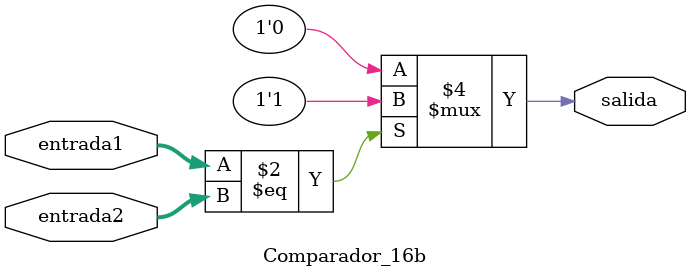
<source format=v>
`timescale 1ns / 1ps


module Comparador_16b(entrada1, entrada2, salida
    );
    
    input [15:0] entrada1, entrada2;
    output reg salida;
    
    always @(entrada1)
        if (entrada1 == entrada2)
            salida <= 1'b1;
        else 
            salida <= 1'b0;
endmodule

</source>
